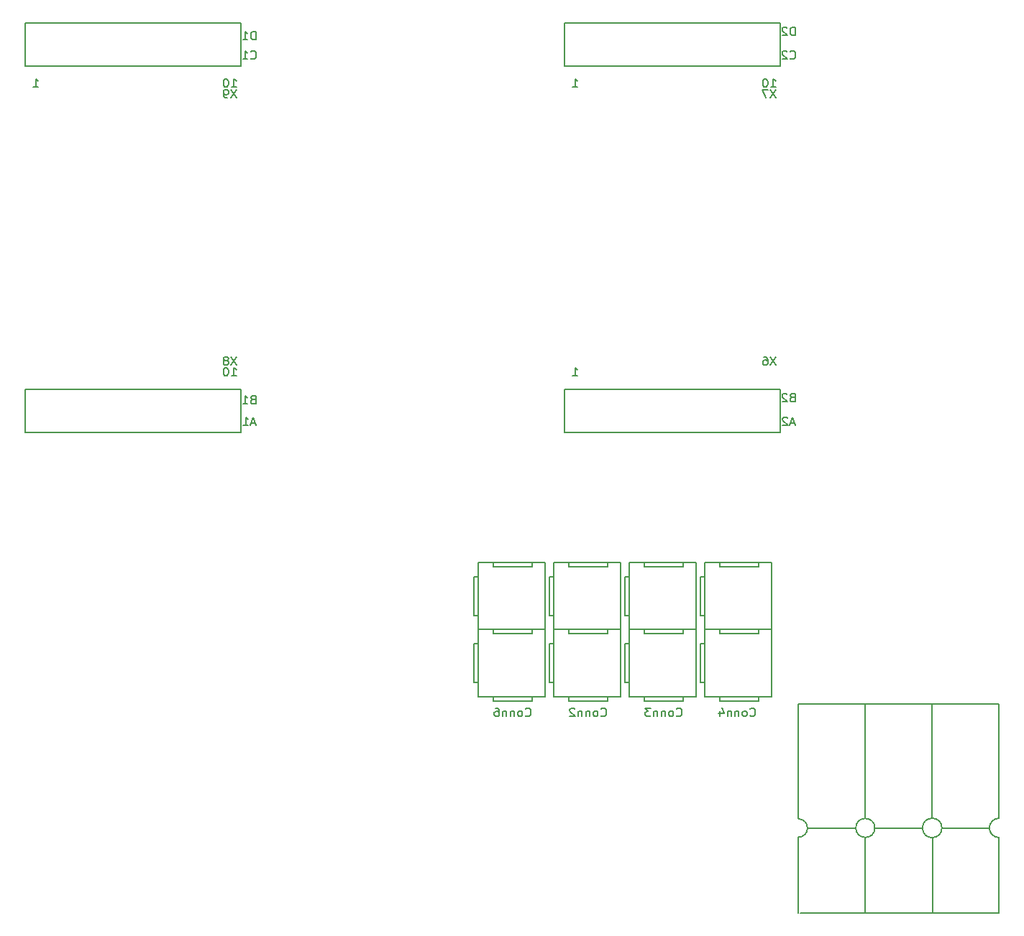
<source format=gbr>
%TF.GenerationSoftware,KiCad,Pcbnew,(5.1.4)-1*%
%TF.CreationDate,2020-11-25T20:19:59-06:00*%
%TF.ProjectId,Armboard,41726d62-6f61-4726-942e-6b696361645f,rev?*%
%TF.SameCoordinates,Original*%
%TF.FileFunction,Legend,Bot*%
%TF.FilePolarity,Positive*%
%FSLAX46Y46*%
G04 Gerber Fmt 4.6, Leading zero omitted, Abs format (unit mm)*
G04 Created by KiCad (PCBNEW (5.1.4)-1) date 2020-11-25 20:19:59*
%MOMM*%
%LPD*%
G04 APERTURE LIST*
%ADD10C,0.150000*%
G04 APERTURE END LIST*
D10*
%TO.C,U2*%
X138684000Y-55372000D02*
X138684000Y-60452000D01*
X164084000Y-55372000D02*
X138684000Y-55372000D01*
X164084000Y-60452000D02*
X164084000Y-55372000D01*
X138684000Y-103632000D02*
X164084000Y-103632000D01*
X138684000Y-98552000D02*
X138684000Y-103632000D01*
X164084000Y-103632000D02*
X164084000Y-98552000D01*
X138684000Y-60452000D02*
X164084000Y-60452000D01*
X164084000Y-98552000D02*
X138684000Y-98552000D01*
X75184000Y-60452000D02*
X100584000Y-60452000D01*
X75184000Y-55372000D02*
X75184000Y-60452000D01*
X100584000Y-55372000D02*
X75184000Y-55372000D01*
X100584000Y-60452000D02*
X100584000Y-55372000D01*
X75184000Y-103632000D02*
X100584000Y-103632000D01*
X75184000Y-98552000D02*
X75184000Y-103632000D01*
X100584000Y-98552000D02*
X75184000Y-98552000D01*
X100584000Y-103632000D02*
X100584000Y-98552000D01*
%TO.C,Conn1*%
X166243000Y-135640000D02*
X189867000Y-135640000D01*
X166495000Y-160278000D02*
X189867000Y-160278000D01*
X189865000Y-147955000D02*
X189865000Y-135636000D01*
X189865000Y-160274000D02*
X189865000Y-152527000D01*
X174117000Y-152527000D02*
X174117000Y-160274000D01*
X174117000Y-147955000D02*
X174117000Y-135636000D01*
X183134000Y-150241000D02*
G75*
G03X183134000Y-150241000I-1143000J0D01*
G01*
X184277000Y-150241000D02*
X187553600Y-150241000D01*
X181991000Y-147955000D02*
X181991000Y-135636000D01*
X179705000Y-150241000D02*
X176403000Y-150241000D01*
X181991000Y-147955000D02*
X181991000Y-149098000D01*
X184277000Y-150241000D02*
X183134000Y-150241000D01*
X182016400Y-160274000D02*
X182016400Y-151384000D01*
X179705000Y-150241000D02*
X180848000Y-150241000D01*
X188722000Y-150241000D02*
X187553600Y-150241000D01*
X189865000Y-147980400D02*
X189865000Y-149072600D01*
X174117000Y-152552400D02*
X174117000Y-151384000D01*
X176428400Y-150241000D02*
X175260000Y-150241000D01*
X174117000Y-147929600D02*
X174117000Y-149123400D01*
X189865000Y-151384000D02*
G75*
G02X188722000Y-150241000I0J1143000D01*
G01*
X188722000Y-150241000D02*
G75*
G02X189865000Y-149098000I1143000J0D01*
G01*
X189865000Y-151384000D02*
X189865000Y-152603200D01*
X166243000Y-149123400D02*
X166243000Y-135640000D01*
X166243000Y-151384000D02*
X166243000Y-160274000D01*
X175234600Y-150241000D02*
G75*
G03X175234600Y-150241000I-1117600J0D01*
G01*
X167309800Y-150266400D02*
G75*
G02X166243000Y-151333200I-1066800J0D01*
G01*
X166243000Y-149174200D02*
G75*
G02X167309800Y-150241000I0J-1066800D01*
G01*
X172948600Y-150241000D02*
X167386000Y-150241000D01*
%TO.C,Conn4*%
X161570000Y-119468000D02*
X156998000Y-119468000D01*
X155220000Y-118960000D02*
X163120000Y-118960000D01*
X155220000Y-118960000D02*
X155220000Y-126860000D01*
X161570000Y-118960000D02*
X161570000Y-119468000D01*
X156998000Y-119468000D02*
X156998000Y-118960000D01*
X154712000Y-120660000D02*
X155220000Y-120660000D01*
X154712000Y-125232000D02*
X154712000Y-120660000D01*
X163120000Y-118960000D02*
X163120000Y-126860000D01*
X155220000Y-125232000D02*
X154712000Y-125232000D01*
X161570000Y-126860600D02*
X161570000Y-127368600D01*
X156998000Y-127368600D02*
X156998000Y-126860600D01*
X155220000Y-126860000D02*
X163120000Y-126860000D01*
X161570000Y-127368600D02*
X156998000Y-127368600D01*
X155220000Y-134760000D02*
X163120000Y-134760000D01*
X154712000Y-128537000D02*
X155220000Y-128537000D01*
X154712000Y-133109000D02*
X154712000Y-128537000D01*
X155220000Y-133109000D02*
X154712000Y-133109000D01*
X161570000Y-135268000D02*
X156998000Y-135268000D01*
X156998000Y-135268000D02*
X156998000Y-134760000D01*
X161570000Y-134760000D02*
X161570000Y-135268000D01*
X163120000Y-126860000D02*
X163120000Y-134760000D01*
X155220000Y-126860000D02*
X155220000Y-134760000D01*
%TO.C,Conn3*%
X152654000Y-119455000D02*
X148082000Y-119455000D01*
X146304000Y-118947000D02*
X154204000Y-118947000D01*
X146304000Y-118947000D02*
X146304000Y-126847000D01*
X152654000Y-118947000D02*
X152654000Y-119455000D01*
X148082000Y-119455000D02*
X148082000Y-118947000D01*
X145796000Y-120647000D02*
X146304000Y-120647000D01*
X145796000Y-125219000D02*
X145796000Y-120647000D01*
X154204000Y-118947000D02*
X154204000Y-126847000D01*
X146304000Y-125219000D02*
X145796000Y-125219000D01*
X152654000Y-126847600D02*
X152654000Y-127355600D01*
X148082000Y-127355600D02*
X148082000Y-126847600D01*
X146304000Y-126847000D02*
X154204000Y-126847000D01*
X152654000Y-127355600D02*
X148082000Y-127355600D01*
X146304000Y-134747000D02*
X154204000Y-134747000D01*
X145796000Y-128524000D02*
X146304000Y-128524000D01*
X145796000Y-133096000D02*
X145796000Y-128524000D01*
X146304000Y-133096000D02*
X145796000Y-133096000D01*
X152654000Y-135255000D02*
X148082000Y-135255000D01*
X148082000Y-135255000D02*
X148082000Y-134747000D01*
X152654000Y-134747000D02*
X152654000Y-135255000D01*
X154204000Y-126847000D02*
X154204000Y-134747000D01*
X146304000Y-126847000D02*
X146304000Y-134747000D01*
%TO.C,Conn2*%
X143790000Y-119468000D02*
X139218000Y-119468000D01*
X137440000Y-118960000D02*
X145340000Y-118960000D01*
X137440000Y-118960000D02*
X137440000Y-126860000D01*
X143790000Y-118960000D02*
X143790000Y-119468000D01*
X139218000Y-119468000D02*
X139218000Y-118960000D01*
X136932000Y-120660000D02*
X137440000Y-120660000D01*
X136932000Y-125232000D02*
X136932000Y-120660000D01*
X145340000Y-118960000D02*
X145340000Y-126860000D01*
X137440000Y-125232000D02*
X136932000Y-125232000D01*
X143790000Y-126860600D02*
X143790000Y-127368600D01*
X139218000Y-127368600D02*
X139218000Y-126860600D01*
X137440000Y-126860000D02*
X145340000Y-126860000D01*
X143790000Y-127368600D02*
X139218000Y-127368600D01*
X137440000Y-134760000D02*
X145340000Y-134760000D01*
X136932000Y-128537000D02*
X137440000Y-128537000D01*
X136932000Y-133109000D02*
X136932000Y-128537000D01*
X137440000Y-133109000D02*
X136932000Y-133109000D01*
X143790000Y-135268000D02*
X139218000Y-135268000D01*
X139218000Y-135268000D02*
X139218000Y-134760000D01*
X143790000Y-134760000D02*
X143790000Y-135268000D01*
X145340000Y-126860000D02*
X145340000Y-134760000D01*
X137440000Y-126860000D02*
X137440000Y-134760000D01*
%TO.C,Conn6*%
X134900000Y-119468000D02*
X130328000Y-119468000D01*
X128550000Y-118960000D02*
X136450000Y-118960000D01*
X128550000Y-118960000D02*
X128550000Y-126860000D01*
X134900000Y-118960000D02*
X134900000Y-119468000D01*
X130328000Y-119468000D02*
X130328000Y-118960000D01*
X128042000Y-120660000D02*
X128550000Y-120660000D01*
X128042000Y-125232000D02*
X128042000Y-120660000D01*
X136450000Y-118960000D02*
X136450000Y-126860000D01*
X128550000Y-125232000D02*
X128042000Y-125232000D01*
X134900000Y-126860600D02*
X134900000Y-127368600D01*
X130328000Y-127368600D02*
X130328000Y-126860600D01*
X128550000Y-126860000D02*
X136450000Y-126860000D01*
X134900000Y-127368600D02*
X130328000Y-127368600D01*
X128550000Y-134760000D02*
X136450000Y-134760000D01*
X128042000Y-128537000D02*
X128550000Y-128537000D01*
X128042000Y-133109000D02*
X128042000Y-128537000D01*
X128550000Y-133109000D02*
X128042000Y-133109000D01*
X134900000Y-135268000D02*
X130328000Y-135268000D01*
X130328000Y-135268000D02*
X130328000Y-134760000D01*
X134900000Y-134760000D02*
X134900000Y-135268000D01*
X136450000Y-126860000D02*
X136450000Y-134760000D01*
X128550000Y-126860000D02*
X128550000Y-134760000D01*
%TO.C,U2*%
X139668285Y-96972380D02*
X140239714Y-96972380D01*
X139954000Y-96972380D02*
X139954000Y-95972380D01*
X140049238Y-96115238D01*
X140144476Y-96210476D01*
X140239714Y-96258095D01*
X76168285Y-62936380D02*
X76739714Y-62936380D01*
X76454000Y-62936380D02*
X76454000Y-61936380D01*
X76549238Y-62079238D01*
X76644476Y-62174476D01*
X76739714Y-62222095D01*
X139668285Y-62936380D02*
X140239714Y-62936380D01*
X139954000Y-62936380D02*
X139954000Y-61936380D01*
X140049238Y-62079238D01*
X140144476Y-62174476D01*
X140239714Y-62222095D01*
X165814285Y-102528666D02*
X165338095Y-102528666D01*
X165909523Y-102814380D02*
X165576190Y-101814380D01*
X165242857Y-102814380D01*
X164957142Y-101909619D02*
X164909523Y-101862000D01*
X164814285Y-101814380D01*
X164576190Y-101814380D01*
X164480952Y-101862000D01*
X164433333Y-101909619D01*
X164385714Y-102004857D01*
X164385714Y-102100095D01*
X164433333Y-102242952D01*
X165004761Y-102814380D01*
X164385714Y-102814380D01*
X165504761Y-99496571D02*
X165361904Y-99544190D01*
X165314285Y-99591809D01*
X165266666Y-99687047D01*
X165266666Y-99829904D01*
X165314285Y-99925142D01*
X165361904Y-99972761D01*
X165457142Y-100020380D01*
X165838095Y-100020380D01*
X165838095Y-99020380D01*
X165504761Y-99020380D01*
X165409523Y-99068000D01*
X165361904Y-99115619D01*
X165314285Y-99210857D01*
X165314285Y-99306095D01*
X165361904Y-99401333D01*
X165409523Y-99448952D01*
X165504761Y-99496571D01*
X165838095Y-99496571D01*
X164885714Y-99115619D02*
X164838095Y-99068000D01*
X164742857Y-99020380D01*
X164504761Y-99020380D01*
X164409523Y-99068000D01*
X164361904Y-99115619D01*
X164314285Y-99210857D01*
X164314285Y-99306095D01*
X164361904Y-99448952D01*
X164933333Y-100020380D01*
X164314285Y-100020380D01*
X102314285Y-102528666D02*
X101838095Y-102528666D01*
X102409523Y-102814380D02*
X102076190Y-101814380D01*
X101742857Y-102814380D01*
X100885714Y-102814380D02*
X101457142Y-102814380D01*
X101171428Y-102814380D02*
X101171428Y-101814380D01*
X101266666Y-101957238D01*
X101361904Y-102052476D01*
X101457142Y-102100095D01*
X102004761Y-99750571D02*
X101861904Y-99798190D01*
X101814285Y-99845809D01*
X101766666Y-99941047D01*
X101766666Y-100083904D01*
X101814285Y-100179142D01*
X101861904Y-100226761D01*
X101957142Y-100274380D01*
X102338095Y-100274380D01*
X102338095Y-99274380D01*
X102004761Y-99274380D01*
X101909523Y-99322000D01*
X101861904Y-99369619D01*
X101814285Y-99464857D01*
X101814285Y-99560095D01*
X101861904Y-99655333D01*
X101909523Y-99702952D01*
X102004761Y-99750571D01*
X102338095Y-99750571D01*
X100814285Y-100274380D02*
X101385714Y-100274380D01*
X101100000Y-100274380D02*
X101100000Y-99274380D01*
X101195238Y-99417238D01*
X101290476Y-99512476D01*
X101385714Y-99560095D01*
X165838095Y-56840380D02*
X165838095Y-55840380D01*
X165600000Y-55840380D01*
X165457142Y-55888000D01*
X165361904Y-55983238D01*
X165314285Y-56078476D01*
X165266666Y-56268952D01*
X165266666Y-56411809D01*
X165314285Y-56602285D01*
X165361904Y-56697523D01*
X165457142Y-56792761D01*
X165600000Y-56840380D01*
X165838095Y-56840380D01*
X164885714Y-55935619D02*
X164838095Y-55888000D01*
X164742857Y-55840380D01*
X164504761Y-55840380D01*
X164409523Y-55888000D01*
X164361904Y-55935619D01*
X164314285Y-56030857D01*
X164314285Y-56126095D01*
X164361904Y-56268952D01*
X164933333Y-56840380D01*
X164314285Y-56840380D01*
X165266666Y-59539142D02*
X165314285Y-59586761D01*
X165457142Y-59634380D01*
X165552380Y-59634380D01*
X165695238Y-59586761D01*
X165790476Y-59491523D01*
X165838095Y-59396285D01*
X165885714Y-59205809D01*
X165885714Y-59062952D01*
X165838095Y-58872476D01*
X165790476Y-58777238D01*
X165695238Y-58682000D01*
X165552380Y-58634380D01*
X165457142Y-58634380D01*
X165314285Y-58682000D01*
X165266666Y-58729619D01*
X164885714Y-58729619D02*
X164838095Y-58682000D01*
X164742857Y-58634380D01*
X164504761Y-58634380D01*
X164409523Y-58682000D01*
X164361904Y-58729619D01*
X164314285Y-58824857D01*
X164314285Y-58920095D01*
X164361904Y-59062952D01*
X164933333Y-59634380D01*
X164314285Y-59634380D01*
X102338095Y-57348380D02*
X102338095Y-56348380D01*
X102100000Y-56348380D01*
X101957142Y-56396000D01*
X101861904Y-56491238D01*
X101814285Y-56586476D01*
X101766666Y-56776952D01*
X101766666Y-56919809D01*
X101814285Y-57110285D01*
X101861904Y-57205523D01*
X101957142Y-57300761D01*
X102100000Y-57348380D01*
X102338095Y-57348380D01*
X100814285Y-57348380D02*
X101385714Y-57348380D01*
X101100000Y-57348380D02*
X101100000Y-56348380D01*
X101195238Y-56491238D01*
X101290476Y-56586476D01*
X101385714Y-56634095D01*
X101766666Y-59539142D02*
X101814285Y-59586761D01*
X101957142Y-59634380D01*
X102052380Y-59634380D01*
X102195238Y-59586761D01*
X102290476Y-59491523D01*
X102338095Y-59396285D01*
X102385714Y-59205809D01*
X102385714Y-59062952D01*
X102338095Y-58872476D01*
X102290476Y-58777238D01*
X102195238Y-58682000D01*
X102052380Y-58634380D01*
X101957142Y-58634380D01*
X101814285Y-58682000D01*
X101766666Y-58729619D01*
X100814285Y-59634380D02*
X101385714Y-59634380D01*
X101100000Y-59634380D02*
X101100000Y-58634380D01*
X101195238Y-58777238D01*
X101290476Y-58872476D01*
X101385714Y-58920095D01*
X163623523Y-94702380D02*
X162956857Y-95702380D01*
X162956857Y-94702380D02*
X163623523Y-95702380D01*
X162147333Y-94702380D02*
X162337809Y-94702380D01*
X162433047Y-94750000D01*
X162480666Y-94797619D01*
X162575904Y-94940476D01*
X162623523Y-95130952D01*
X162623523Y-95511904D01*
X162575904Y-95607142D01*
X162528285Y-95654761D01*
X162433047Y-95702380D01*
X162242571Y-95702380D01*
X162147333Y-95654761D01*
X162099714Y-95607142D01*
X162052095Y-95511904D01*
X162052095Y-95273809D01*
X162099714Y-95178571D01*
X162147333Y-95130952D01*
X162242571Y-95083333D01*
X162433047Y-95083333D01*
X162528285Y-95130952D01*
X162575904Y-95178571D01*
X162623523Y-95273809D01*
X163623523Y-63206380D02*
X162956857Y-64206380D01*
X162956857Y-63206380D02*
X163623523Y-64206380D01*
X162671142Y-63206380D02*
X162004476Y-63206380D01*
X162433047Y-64206380D01*
X100123523Y-94702380D02*
X99456857Y-95702380D01*
X99456857Y-94702380D02*
X100123523Y-95702380D01*
X98933047Y-95130952D02*
X99028285Y-95083333D01*
X99075904Y-95035714D01*
X99123523Y-94940476D01*
X99123523Y-94892857D01*
X99075904Y-94797619D01*
X99028285Y-94750000D01*
X98933047Y-94702380D01*
X98742571Y-94702380D01*
X98647333Y-94750000D01*
X98599714Y-94797619D01*
X98552095Y-94892857D01*
X98552095Y-94940476D01*
X98599714Y-95035714D01*
X98647333Y-95083333D01*
X98742571Y-95130952D01*
X98933047Y-95130952D01*
X99028285Y-95178571D01*
X99075904Y-95226190D01*
X99123523Y-95321428D01*
X99123523Y-95511904D01*
X99075904Y-95607142D01*
X99028285Y-95654761D01*
X98933047Y-95702380D01*
X98742571Y-95702380D01*
X98647333Y-95654761D01*
X98599714Y-95607142D01*
X98552095Y-95511904D01*
X98552095Y-95321428D01*
X98599714Y-95226190D01*
X98647333Y-95178571D01*
X98742571Y-95130952D01*
X100123523Y-63206380D02*
X99456857Y-64206380D01*
X99456857Y-63206380D02*
X100123523Y-64206380D01*
X99028285Y-64206380D02*
X98837809Y-64206380D01*
X98742571Y-64158761D01*
X98694952Y-64111142D01*
X98599714Y-63968285D01*
X98552095Y-63777809D01*
X98552095Y-63396857D01*
X98599714Y-63301619D01*
X98647333Y-63254000D01*
X98742571Y-63206380D01*
X98933047Y-63206380D01*
X99028285Y-63254000D01*
X99075904Y-63301619D01*
X99123523Y-63396857D01*
X99123523Y-63634952D01*
X99075904Y-63730190D01*
X99028285Y-63777809D01*
X98933047Y-63825428D01*
X98742571Y-63825428D01*
X98647333Y-63777809D01*
X98599714Y-63730190D01*
X98552095Y-63634952D01*
X139668285Y-96972380D02*
X140239714Y-96972380D01*
X139954000Y-96972380D02*
X139954000Y-95972380D01*
X140049238Y-96115238D01*
X140144476Y-96210476D01*
X140239714Y-96258095D01*
X99504476Y-62936380D02*
X100075904Y-62936380D01*
X99790190Y-62936380D02*
X99790190Y-61936380D01*
X99885428Y-62079238D01*
X99980666Y-62174476D01*
X100075904Y-62222095D01*
X98885428Y-61936380D02*
X98790190Y-61936380D01*
X98694952Y-61984000D01*
X98647333Y-62031619D01*
X98599714Y-62126857D01*
X98552095Y-62317333D01*
X98552095Y-62555428D01*
X98599714Y-62745904D01*
X98647333Y-62841142D01*
X98694952Y-62888761D01*
X98790190Y-62936380D01*
X98885428Y-62936380D01*
X98980666Y-62888761D01*
X99028285Y-62841142D01*
X99075904Y-62745904D01*
X99123523Y-62555428D01*
X99123523Y-62317333D01*
X99075904Y-62126857D01*
X99028285Y-62031619D01*
X98980666Y-61984000D01*
X98885428Y-61936380D01*
X163004476Y-62936380D02*
X163575904Y-62936380D01*
X163290190Y-62936380D02*
X163290190Y-61936380D01*
X163385428Y-62079238D01*
X163480666Y-62174476D01*
X163575904Y-62222095D01*
X162385428Y-61936380D02*
X162290190Y-61936380D01*
X162194952Y-61984000D01*
X162147333Y-62031619D01*
X162099714Y-62126857D01*
X162052095Y-62317333D01*
X162052095Y-62555428D01*
X162099714Y-62745904D01*
X162147333Y-62841142D01*
X162194952Y-62888761D01*
X162290190Y-62936380D01*
X162385428Y-62936380D01*
X162480666Y-62888761D01*
X162528285Y-62841142D01*
X162575904Y-62745904D01*
X162623523Y-62555428D01*
X162623523Y-62317333D01*
X162575904Y-62126857D01*
X162528285Y-62031619D01*
X162480666Y-61984000D01*
X162385428Y-61936380D01*
X99504476Y-96972380D02*
X100075904Y-96972380D01*
X99790190Y-96972380D02*
X99790190Y-95972380D01*
X99885428Y-96115238D01*
X99980666Y-96210476D01*
X100075904Y-96258095D01*
X98885428Y-95972380D02*
X98790190Y-95972380D01*
X98694952Y-96020000D01*
X98647333Y-96067619D01*
X98599714Y-96162857D01*
X98552095Y-96353333D01*
X98552095Y-96591428D01*
X98599714Y-96781904D01*
X98647333Y-96877142D01*
X98694952Y-96924761D01*
X98790190Y-96972380D01*
X98885428Y-96972380D01*
X98980666Y-96924761D01*
X99028285Y-96877142D01*
X99075904Y-96781904D01*
X99123523Y-96591428D01*
X99123523Y-96353333D01*
X99075904Y-96162857D01*
X99028285Y-96067619D01*
X98980666Y-96020000D01*
X98885428Y-95972380D01*
X99504476Y-62936380D02*
X100075904Y-62936380D01*
X99790190Y-62936380D02*
X99790190Y-61936380D01*
X99885428Y-62079238D01*
X99980666Y-62174476D01*
X100075904Y-62222095D01*
X98885428Y-61936380D02*
X98790190Y-61936380D01*
X98694952Y-61984000D01*
X98647333Y-62031619D01*
X98599714Y-62126857D01*
X98552095Y-62317333D01*
X98552095Y-62555428D01*
X98599714Y-62745904D01*
X98647333Y-62841142D01*
X98694952Y-62888761D01*
X98790190Y-62936380D01*
X98885428Y-62936380D01*
X98980666Y-62888761D01*
X99028285Y-62841142D01*
X99075904Y-62745904D01*
X99123523Y-62555428D01*
X99123523Y-62317333D01*
X99075904Y-62126857D01*
X99028285Y-62031619D01*
X98980666Y-61984000D01*
X98885428Y-61936380D01*
%TO.C,Conn4*%
X160553809Y-137009142D02*
X160601428Y-137056761D01*
X160744285Y-137104380D01*
X160839523Y-137104380D01*
X160982380Y-137056761D01*
X161077619Y-136961523D01*
X161125238Y-136866285D01*
X161172857Y-136675809D01*
X161172857Y-136532952D01*
X161125238Y-136342476D01*
X161077619Y-136247238D01*
X160982380Y-136152000D01*
X160839523Y-136104380D01*
X160744285Y-136104380D01*
X160601428Y-136152000D01*
X160553809Y-136199619D01*
X159982380Y-137104380D02*
X160077619Y-137056761D01*
X160125238Y-137009142D01*
X160172857Y-136913904D01*
X160172857Y-136628190D01*
X160125238Y-136532952D01*
X160077619Y-136485333D01*
X159982380Y-136437714D01*
X159839523Y-136437714D01*
X159744285Y-136485333D01*
X159696666Y-136532952D01*
X159649047Y-136628190D01*
X159649047Y-136913904D01*
X159696666Y-137009142D01*
X159744285Y-137056761D01*
X159839523Y-137104380D01*
X159982380Y-137104380D01*
X159220476Y-136437714D02*
X159220476Y-137104380D01*
X159220476Y-136532952D02*
X159172857Y-136485333D01*
X159077619Y-136437714D01*
X158934761Y-136437714D01*
X158839523Y-136485333D01*
X158791904Y-136580571D01*
X158791904Y-137104380D01*
X158315714Y-136437714D02*
X158315714Y-137104380D01*
X158315714Y-136532952D02*
X158268095Y-136485333D01*
X158172857Y-136437714D01*
X158030000Y-136437714D01*
X157934761Y-136485333D01*
X157887142Y-136580571D01*
X157887142Y-137104380D01*
X156982380Y-136437714D02*
X156982380Y-137104380D01*
X157220476Y-136056761D02*
X157458571Y-136771047D01*
X156839523Y-136771047D01*
%TO.C,Conn3*%
X151891809Y-137009142D02*
X151939428Y-137056761D01*
X152082285Y-137104380D01*
X152177523Y-137104380D01*
X152320380Y-137056761D01*
X152415619Y-136961523D01*
X152463238Y-136866285D01*
X152510857Y-136675809D01*
X152510857Y-136532952D01*
X152463238Y-136342476D01*
X152415619Y-136247238D01*
X152320380Y-136152000D01*
X152177523Y-136104380D01*
X152082285Y-136104380D01*
X151939428Y-136152000D01*
X151891809Y-136199619D01*
X151320380Y-137104380D02*
X151415619Y-137056761D01*
X151463238Y-137009142D01*
X151510857Y-136913904D01*
X151510857Y-136628190D01*
X151463238Y-136532952D01*
X151415619Y-136485333D01*
X151320380Y-136437714D01*
X151177523Y-136437714D01*
X151082285Y-136485333D01*
X151034666Y-136532952D01*
X150987047Y-136628190D01*
X150987047Y-136913904D01*
X151034666Y-137009142D01*
X151082285Y-137056761D01*
X151177523Y-137104380D01*
X151320380Y-137104380D01*
X150558476Y-136437714D02*
X150558476Y-137104380D01*
X150558476Y-136532952D02*
X150510857Y-136485333D01*
X150415619Y-136437714D01*
X150272761Y-136437714D01*
X150177523Y-136485333D01*
X150129904Y-136580571D01*
X150129904Y-137104380D01*
X149653714Y-136437714D02*
X149653714Y-137104380D01*
X149653714Y-136532952D02*
X149606095Y-136485333D01*
X149510857Y-136437714D01*
X149368000Y-136437714D01*
X149272761Y-136485333D01*
X149225142Y-136580571D01*
X149225142Y-137104380D01*
X148844190Y-136104380D02*
X148225142Y-136104380D01*
X148558476Y-136485333D01*
X148415619Y-136485333D01*
X148320380Y-136532952D01*
X148272761Y-136580571D01*
X148225142Y-136675809D01*
X148225142Y-136913904D01*
X148272761Y-137009142D01*
X148320380Y-137056761D01*
X148415619Y-137104380D01*
X148701333Y-137104380D01*
X148796571Y-137056761D01*
X148844190Y-137009142D01*
%TO.C,Conn2*%
X143001809Y-137009142D02*
X143049428Y-137056761D01*
X143192285Y-137104380D01*
X143287523Y-137104380D01*
X143430380Y-137056761D01*
X143525619Y-136961523D01*
X143573238Y-136866285D01*
X143620857Y-136675809D01*
X143620857Y-136532952D01*
X143573238Y-136342476D01*
X143525619Y-136247238D01*
X143430380Y-136152000D01*
X143287523Y-136104380D01*
X143192285Y-136104380D01*
X143049428Y-136152000D01*
X143001809Y-136199619D01*
X142430380Y-137104380D02*
X142525619Y-137056761D01*
X142573238Y-137009142D01*
X142620857Y-136913904D01*
X142620857Y-136628190D01*
X142573238Y-136532952D01*
X142525619Y-136485333D01*
X142430380Y-136437714D01*
X142287523Y-136437714D01*
X142192285Y-136485333D01*
X142144666Y-136532952D01*
X142097047Y-136628190D01*
X142097047Y-136913904D01*
X142144666Y-137009142D01*
X142192285Y-137056761D01*
X142287523Y-137104380D01*
X142430380Y-137104380D01*
X141668476Y-136437714D02*
X141668476Y-137104380D01*
X141668476Y-136532952D02*
X141620857Y-136485333D01*
X141525619Y-136437714D01*
X141382761Y-136437714D01*
X141287523Y-136485333D01*
X141239904Y-136580571D01*
X141239904Y-137104380D01*
X140763714Y-136437714D02*
X140763714Y-137104380D01*
X140763714Y-136532952D02*
X140716095Y-136485333D01*
X140620857Y-136437714D01*
X140478000Y-136437714D01*
X140382761Y-136485333D01*
X140335142Y-136580571D01*
X140335142Y-137104380D01*
X139906571Y-136199619D02*
X139858952Y-136152000D01*
X139763714Y-136104380D01*
X139525619Y-136104380D01*
X139430380Y-136152000D01*
X139382761Y-136199619D01*
X139335142Y-136294857D01*
X139335142Y-136390095D01*
X139382761Y-136532952D01*
X139954190Y-137104380D01*
X139335142Y-137104380D01*
%TO.C,Conn6*%
X134111809Y-137009142D02*
X134159428Y-137056761D01*
X134302285Y-137104380D01*
X134397523Y-137104380D01*
X134540380Y-137056761D01*
X134635619Y-136961523D01*
X134683238Y-136866285D01*
X134730857Y-136675809D01*
X134730857Y-136532952D01*
X134683238Y-136342476D01*
X134635619Y-136247238D01*
X134540380Y-136152000D01*
X134397523Y-136104380D01*
X134302285Y-136104380D01*
X134159428Y-136152000D01*
X134111809Y-136199619D01*
X133540380Y-137104380D02*
X133635619Y-137056761D01*
X133683238Y-137009142D01*
X133730857Y-136913904D01*
X133730857Y-136628190D01*
X133683238Y-136532952D01*
X133635619Y-136485333D01*
X133540380Y-136437714D01*
X133397523Y-136437714D01*
X133302285Y-136485333D01*
X133254666Y-136532952D01*
X133207047Y-136628190D01*
X133207047Y-136913904D01*
X133254666Y-137009142D01*
X133302285Y-137056761D01*
X133397523Y-137104380D01*
X133540380Y-137104380D01*
X132778476Y-136437714D02*
X132778476Y-137104380D01*
X132778476Y-136532952D02*
X132730857Y-136485333D01*
X132635619Y-136437714D01*
X132492761Y-136437714D01*
X132397523Y-136485333D01*
X132349904Y-136580571D01*
X132349904Y-137104380D01*
X131873714Y-136437714D02*
X131873714Y-137104380D01*
X131873714Y-136532952D02*
X131826095Y-136485333D01*
X131730857Y-136437714D01*
X131588000Y-136437714D01*
X131492761Y-136485333D01*
X131445142Y-136580571D01*
X131445142Y-137104380D01*
X130540380Y-136104380D02*
X130730857Y-136104380D01*
X130826095Y-136152000D01*
X130873714Y-136199619D01*
X130968952Y-136342476D01*
X131016571Y-136532952D01*
X131016571Y-136913904D01*
X130968952Y-137009142D01*
X130921333Y-137056761D01*
X130826095Y-137104380D01*
X130635619Y-137104380D01*
X130540380Y-137056761D01*
X130492761Y-137009142D01*
X130445142Y-136913904D01*
X130445142Y-136675809D01*
X130492761Y-136580571D01*
X130540380Y-136532952D01*
X130635619Y-136485333D01*
X130826095Y-136485333D01*
X130921333Y-136532952D01*
X130968952Y-136580571D01*
X131016571Y-136675809D01*
%TD*%
M02*

</source>
